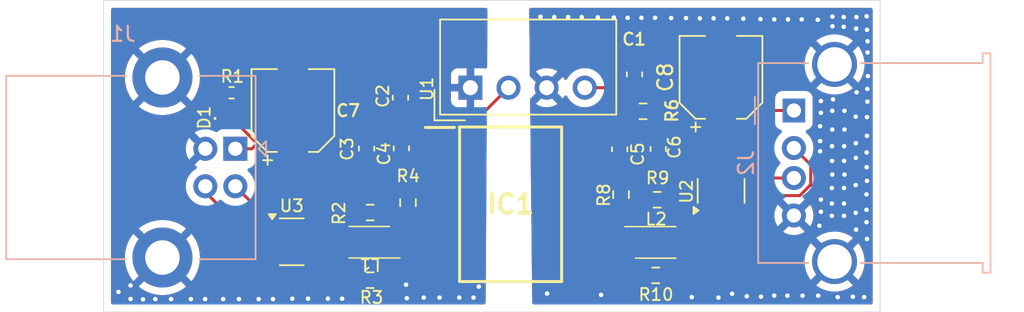
<source format=kicad_pcb>
(kicad_pcb (version 20241229) (generator "pcbnew") (generator_version "9.0")
  (layers (0 "F.Cu" signal) (2 "B.Cu" signal) (13 "F.Paste" user) (15 "B.Paste" user) (5 "F.SilkS" user "F.Silkscreen") (7 "B.SilkS" user "B.Silkscreen") (1 "F.Mask" user) (3 "B.Mask" user) (25 "Edge.Cuts" user))
  (net 0 "")
  (net 1 "GND1")
  (net 2 "VDD")
  (net 3 "Net-(IC1-SPU)")
  (net 4 "+5V")
  (net 5 "Net-(IC1-SPD)")
  (net 6 "Net-(IC1-PIN)")
  (net 7 "Net-(IC1-VDD2)")
  (net 8 "D-")
  (net 9 "D+")
  (net 10 "GND2")
  (net 11 "Net-(D1-K)")
  (net 12 "DD_+")
  (net 13 "L1_-")
  (net 14 "L1_+")
  (net 15 "DD_-")
  (net 16 "L2_-")
  (net 17 "L2_+")
  (net 18 "U3_-")
  (net 19 "U3_+")
  (net 20 "U2_+")
  (net 21 "U2_-")
  (footprint "Capacitor_SMD:C_0603_1608Metric" (layer "F.Cu") (at 169.06 99.835 -90)
    (property "Reference" "C5" (at 0.325 -1.2 90) (layer "F.SilkS") (effects (font (size 0.8001 0.8001) (thickness 0.127))))
    (property "Value" "100nF" (hide yes))
    (fp_line (start -0.14058 0.51) (end 0.14058 0.51) (stroke (width 0.12)) (layer "F.SilkS"))
    (fp_line (start -0.14058 -0.51) (end 0.14058 -0.51) (stroke (width 0.12)) (layer "F.SilkS"))
    (pad "1" smd roundrect (at -0.775 0 270) (size 0.9 0.95) (layers "F.Cu" "F.Mask" "F.Paste") (net 2 "VDD"))
    (pad "2" smd roundrect (at 0.775 0 270) (size 0.9 0.95) (layers "F.Cu" "F.Mask" "F.Paste") (net 10 "GND2"))
  )
  (footprint "Inductor_SMD:L_CommonMode_Wurth_WE-CNSW-1206" (layer "F.Cu") (at 152.37 106.03 180)
    (property "Reference" "L1" (at -0.05 -1.49 180) (layer "F.SilkS") (effects (font (size 0.8001 0.8001) (thickness 0.127))))
    (property "Value" "Choke_Wurth_WE-CNSW_744232090" (hide yes))
    (fp_line (start -1.35 1.05) (end 1.35 1.05) (stroke (width 0.1)) (layer "F.SilkS"))
    (fp_line (start -2.05 -1.05) (end 1.35 -1.05) (stroke (width 0.1)) (layer "F.SilkS"))
    (pad "1" smd roundrect (at -1.35 -0.5 180) (size 1.1 0.6) (layers "F.Cu" "F.Mask" "F.Paste") (roundrect_rratio 0.2) (net 14 "L1_+"))
    (pad "2" smd roundrect (at 1.35 -0.5 180) (size 1.1 0.6) (layers "F.Cu" "F.Mask" "F.Paste") (roundrect_rratio 0.2) (net 19 "U3_+"))
    (pad "3" smd roundrect (at 1.35 0.5 180) (size 1.1 0.6) (layers "F.Cu" "F.Mask" "F.Paste") (roundrect_rratio 0.2) (net 18 "U3_-"))
    (pad "4" smd roundrect (at -1.35 0.5 180) (size 1.1 0.6) (layers "F.Cu" "F.Mask" "F.Paste") (roundrect_rratio 0.2) (net 13 "L1_-"))
  )
  (footprint "Inductor_SMD:L_CommonMode_Wurth_WE-CNSW-1206" (layer "F.Cu") (at 171.46 106.04)
    (property "Reference" "L2" (at 0.03 -1.55 0) (layer "F.SilkS") (effects (font (size 0.8001 0.8001) (thickness 0.127))))
    (property "Value" "Choke_Wurth_WE-CNSW_744232090" (hide yes))
    (fp_line (start -2.05 -1.05) (end 1.35 -1.05) (stroke (width 0.1)) (layer "F.SilkS"))
    (fp_line (start -1.35 1.05) (end 1.35 1.05) (stroke (width 0.1)) (layer "F.SilkS"))
    (pad "1" smd roundrect (at -1.35 -0.5) (size 1.1 0.6) (layers "F.Cu" "F.Mask" "F.Paste") (roundrect_rratio 0.2) (net 15 "DD_-"))
    (pad "2" smd roundrect (at 1.35 -0.5) (size 1.1 0.6) (layers "F.Cu" "F.Mask" "F.Paste") (roundrect_rratio 0.2) (net 16 "L2_-"))
    (pad "3" smd roundrect (at 1.35 0.5) (size 1.1 0.6) (layers "F.Cu" "F.Mask" "F.Paste") (roundrect_rratio 0.2) (net 17 "L2_+"))
    (pad "4" smd roundrect (at -1.35 0.5) (size 1.1 0.6) (layers "F.Cu" "F.Mask" "F.Paste") (roundrect_rratio 0.2) (net 12 "DD_+"))
  )
  (footprint "Resistor_SMD:R_0603_1608Metric" (layer "F.Cu") (at 152.43 104.05)
    (property "Reference" "R2" (at -2.08 0.05 90) (layer "F.SilkS") (effects (font (size 0.8001 0.8001) (thickness 0.127))))
    (property "Value" "0ohm" (hide yes))
    (fp_line (start -0.237258 -0.5225) (end 0.237258 -0.5225) (stroke (width 0.12)) (layer "F.SilkS"))
    (fp_line (start -0.237258 0.5225) (end 0.237258 0.5225) (stroke (width 0.12)) (layer "F.SilkS"))
    (pad "1" smd roundrect (at -0.825 0) (size 0.8 0.95) (layers "F.Cu" "F.Mask" "F.Paste") (net 18 "U3_-"))
    (pad "2" smd roundrect (at 0.825 0) (size 0.8 0.95) (layers "F.Cu" "F.Mask" "F.Paste") (net 13 "L1_-"))
  )
  (footprint "Capacitor_SMD:C_0603_1608Metric" (layer "F.Cu") (at 154.45 96.4 90)
    (property "Reference" "C2" (at 0.11 -1.18 90) (layer "F.SilkS") (effects (font (size 0.8001 0.8001) (thickness 0.127))))
    (property "Value" "C" (hide yes))
    (fp_line (start -0.14058 -0.51) (end 0.14058 -0.51) (stroke (width 0.12)) (layer "F.SilkS"))
    (fp_line (start -0.14058 0.51) (end 0.14058 0.51) (stroke (width 0.12)) (layer "F.SilkS"))
    (pad "1" smd roundrect (at -0.775 0 90) (size 0.9 0.95) (layers "F.Cu" "F.Mask" "F.Paste") (net 4 "+5V"))
    (pad "2" smd roundrect (at 0.775 0 90) (size 0.9 0.95) (layers "F.Cu" "F.Mask" "F.Paste") (net 1 "GND1"))
  )
  (footprint "Converter_DCDC:Converter_DCDC_TRACO_TME_03xxS_05xxS_12xxS_Single_THT" (layer "F.Cu") (at 159.11 95.73 90)
    (property "Reference" "U1" (at -0.08 -2.9 90) (layer "F.SilkS") (effects (font (size 0.8001 0.8001) (thickness 0.127))))
    (property "Value" "TME-0505S" (hide yes))
    (fp_line (start -2.175 -2.4) (end -0.141667 -2.4) (stroke (width 0.12)) (layer "F.SilkS"))
    (fp_line (start 4.545 -2.02) (end 4.545 9.72) (stroke (width 0.12)) (layer "F.SilkS"))
    (fp_line (start -1.795 -2.02) (end 4.545 -2.02) (stroke (width 0.12)) (layer "F.SilkS"))
    (fp_line (start -1.795 -2.02) (end -1.795 9.72) (stroke (width 0.12)) (layer "F.SilkS"))
    (fp_line (start -2.175 -0.366667) (end -2.175 -2.4) (stroke (width 0.12)) (layer "F.SilkS"))
    (fp_line (start -1.795 9.72) (end 4.545 9.72) (stroke (width 0.12)) (layer "F.SilkS"))
    (pad "1" thru_hole rect (at 0 0 90) (size 1.6 1.6) (drill 1) (layers "*.Cu" "*.Mask") (net 1 "GND1"))
    (pad "2" thru_hole circle (at 0 2.54 90) (size 1.6 1.6) (drill 1) (layers "*.Cu" "*.Mask") (net 4 "+5V"))
    (pad "3" thru_hole circle (at 0 5.08 90) (size 1.6 1.6) (drill 1) (layers "*.Cu" "*.Mask") (net 10 "GND2"))
    (pad "4" thru_hole circle (at 0 7.62 90) (size 1.6 1.6) (drill 1) (layers "*.Cu" "*.Mask") (net 2 "VDD"))
  )
  (footprint "Capacitor_SMD:CP_Elec_5x5.4" (layer "F.Cu") (at 147.28 97.25 90)
    (property "Reference" "C7" (at -0.01 3.68 180) (layer "F.SilkS") (effects (font (size 0.8001 0.8001))))
    (property "Value" "C" (hide yes))
    (fp_line (start 2.76 -2.76) (end 2.76 -1.06) (stroke (width 0.12)) (layer "F.SilkS"))
    (fp_line (start -1.695563 -2.76) (end 2.76 -2.76) (stroke (width 0.12)) (layer "F.SilkS"))
    (fp_line (start -3.3125 -1.9975) (end -3.3125 -1.3725) (stroke (width 0.12)) (layer "F.SilkS"))
    (fp_line (start -2.76 -1.695563) (end -1.695563 -2.76) (stroke (width 0.12)) (layer "F.SilkS"))
    (fp_line (start -2.76 -1.695563) (end -2.76 -1.06) (stroke (width 0.12)) (layer "F.SilkS"))
    (fp_line (start -3.625 -1.685) (end -3 -1.685) (stroke (width 0.12)) (layer "F.SilkS"))
    (fp_line (start -2.76 1.695563) (end -2.76 1.06) (stroke (width 0.12)) (layer "F.SilkS"))
    (fp_line (start -2.76 1.695563) (end -1.695563 2.76) (stroke (width 0.12)) (layer "F.SilkS"))
    (fp_line (start 2.76 2.76) (end 2.76 1.06) (stroke (width 0.12)) (layer "F.SilkS"))
    (fp_line (start -1.695563 2.76) (end 2.76 2.76) (stroke (width 0.12)) (layer "F.SilkS"))
    (pad "1" smd roundrect (at -2.2 0 90) (size 3 1.6) (layers "F.Cu" "F.Mask" "F.Paste") (roundrect_rratio 0.15625) (net 4 "+5V"))
    (pad "2" smd roundrect (at 2.2 0 90) (size 3 1.6) (layers "F.Cu" "F.Mask" "F.Paste") (roundrect_rratio 0.15625) (net 1 "GND1"))
  )
  (footprint "Resistor_SMD:R_0603_1608Metric" (layer "F.Cu") (at 169.15 102.86 -90)
    (property "Reference" "R8" (at 0.03 1.15 90) (layer "F.SilkS") (effects (font (size 0.8001 0.8001) (thickness 0.127))))
    (property "Value" "0ohm" (hide yes))
    (fp_line (start -0.237258 0.5225) (end 0.237258 0.5225) (stroke (width 0.12)) (layer "F.SilkS"))
    (fp_line (start -0.237258 -0.5225) (end 0.237258 -0.5225) (stroke (width 0.12)) (layer "F.SilkS"))
    (pad "1" smd roundrect (at -0.825 0 270) (size 0.8 0.95) (layers "F.Cu" "F.Mask" "F.Paste") (net 7 "Net-(IC1-VDD2)"))
    (pad "2" smd roundrect (at 0.825 0 270) (size 0.8 0.95) (layers "F.Cu" "F.Mask" "F.Paste") (net 6 "Net-(IC1-PIN)"))
  )
  (footprint "Capacitor_SMD:C_0603_1608Metric" (layer "F.Cu") (at 171.63 99.815 -90)
    (property "Reference" "C6" (at -0.125 -1.07 90) (layer "F.SilkS") (effects (font (size 0.8001 0.8001) (thickness 0.127))))
    (property "Value" "100nF" (hide yes))
    (fp_line (start -0.14058 0.51) (end 0.14058 0.51) (stroke (width 0.12)) (layer "F.SilkS"))
    (fp_line (start -0.14058 -0.51) (end 0.14058 -0.51) (stroke (width 0.12)) (layer "F.SilkS"))
    (pad "1" smd roundrect (at -0.775 0 270) (size 0.9 0.95) (layers "F.Cu" "F.Mask" "F.Paste") (net 2 "VDD"))
    (pad "2" smd roundrect (at 0.775 0 270) (size 0.9 0.95) (layers "F.Cu" "F.Mask" "F.Paste") (net 10 "GND2"))
  )
  (footprint "Resistor_SMD:R_0603_1608Metric" (layer "F.Cu") (at 152.425 108.56)
    (property "Reference" "R3" (at 0.095 1.15 0) (layer "F.SilkS") (effects (font (size 0.8001 0.8001) (thickness 0.127))))
    (property "Value" "0 ohm" (hide yes))
    (fp_line (start -0.237258 -0.5225) (end 0.237258 -0.5225) (stroke (width 0.12)) (layer "F.SilkS"))
    (fp_line (start -0.237258 0.5225) (end 0.237258 0.5225) (stroke (width 0.12)) (layer "F.SilkS"))
    (pad "1" smd roundrect (at -0.825 0) (size 0.8 0.95) (layers "F.Cu" "F.Mask" "F.Paste") (net 19 "U3_+"))
    (pad "2" smd roundrect (at 0.825 0) (size 0.8 0.95) (layers "F.Cu" "F.Mask" "F.Paste") (net 14 "L1_+"))
  )
  (footprint "Resistor_SMD:R_0603_1608Metric" (layer "F.Cu") (at 170.6175 97.305)
    (property "Reference" "R6" (at 1.9225 -0.045 270) (layer "F.SilkS") (effects (font (size 0.8001 0.8001))))
    (property "Value" "0 ohm")
    (fp_line (start -0.237258 -0.5225) (end 0.237258 -0.5225) (stroke (width 0.12)) (layer "F.SilkS"))
    (fp_line (start -0.237258 0.5225) (end 0.237258 0.5225) (stroke (width 0.12)) (layer "F.SilkS"))
    (pad "1" smd roundrect (at -0.825 0) (size 0.8 0.95) (layers "F.Cu" "F.Mask" "F.Paste") (net 5 "Net-(IC1-SPD)"))
    (pad "2" smd roundrect (at 0.825 0) (size 0.8 0.95) (layers "F.Cu" "F.Mask" "F.Paste") (net 2 "VDD"))
  )
  (footprint "Capacitor_SMD:CP_Elec_5x5.4" (layer "F.Cu") (at 175.81 95.04 90)
    (property "Reference" "C8" (at 0 -3.71 90) (layer "F.SilkS"))
    (property "Value" "C" (hide yes))
    (fp_line (start 2.76 -2.76) (end 2.76 -1.06) (stroke (width 0.12)) (layer "F.SilkS"))
    (fp_line (start -1.695563 -2.76) (end 2.76 -2.76) (stroke (width 0.12)) (layer "F.SilkS"))
    (fp_line (start -3.3125 -1.9975) (end -3.3125 -1.3725) (stroke (width 0.12)) (layer "F.SilkS"))
    (fp_line (start -2.76 -1.695563) (end -1.695563 -2.76) (stroke (width 0.12)) (layer "F.SilkS"))
    (fp_line (start -2.76 -1.695563) (end -2.76 -1.06) (stroke (width 0.12)) (layer "F.SilkS"))
    (fp_line (start -3.625 -1.685) (end -3 -1.685) (stroke (width 0.12)) (layer "F.SilkS"))
    (fp_line (start -2.76 1.695563) (end -2.76 1.06) (stroke (width 0.12)) (layer "F.SilkS"))
    (fp_line (start -2.76 1.695563) (end -1.695563 2.76) (stroke (width 0.12)) (layer "F.SilkS"))
    (fp_line (start 2.76 2.76) (end 2.76 1.06) (stroke (width 0.12)) (layer "F.SilkS"))
    (fp_line (start -1.695563 2.76) (end 2.76 2.76) (stroke (width 0.12)) (layer "F.SilkS"))
    (pad "1" smd roundrect (at -2.2 0 90) (size 3 1.6) (layers "F.Cu" "F.Mask" "F.Paste") (roundrect_rratio 0.15625) (net 2 "VDD"))
    (pad "2" smd roundrect (at 2.2 0 90) (size 3 1.6) (layers "F.Cu" "F.Mask" "F.Paste") (roundrect_rratio 0.15625) (net 10 "GND2"))
  )
  (footprint "Package_TO_SOT_SMD:SOT-23-6" (layer "F.Cu") (at 175.82 102.61 90)
    (property "Reference" "U2" (at -0.04 -2.31 90) (layer "F.SilkS") (effects (font (size 0.8001 0.8001) (thickness 0.127))))
    (property "Value" "USBLC6-2SC6" (hide yes))
    (fp_line (start 0 -1.56) (end 0.8 -1.56) (stroke (width 0.12)) (layer "F.SilkS"))
    (fp_line (start 0 -1.56) (end -0.8 -1.56) (stroke (width 0.12)) (layer "F.SilkS"))
    (fp_line (start 0 1.56) (end 0.8 1.56) (stroke (width 0.12)) (layer "F.SilkS"))
    (fp_line (start 0 1.56) (end -0.8 1.56) (stroke (width 0.12)) (layer "F.SilkS"))
    (fp_poly (pts (xy -1.3 -1.51) (xy -1.54 -1.84) (xy -1.06 -1.84) (xy -1.3 -1.51)) (stroke (width 0.12)) (fill yes) (layer "F.SilkS"))
    (pad "1" smd roundrect (at -1.1375 -0.95 90) (size 1.325 0.6) (layers "F.Cu" "F.Mask" "F.Paste") (net 16 "L2_-"))
    (pad "2" smd roundrect (at -1.1375 0 90) (size 1.325 0.6) (layers "F.Cu" "F.Mask" "F.Paste") (net 10 "GND2"))
    (pad "3" smd roundrect (at -1.1375 0.95 90) (size 1.325 0.6) (layers "F.Cu" "F.Mask" "F.Paste") (net 17 "L2_+"))
    (pad "4" smd roundrect (at 1.1375 0.95 90) (size 1.325 0.6) (layers "F.Cu" "F.Mask" "F.Paste") (net 20 "U2_+"))
    (pad "5" smd roundrect (at 1.1375 0 90) (size 1.325 0.6) (layers "F.Cu" "F.Mask" "F.Paste") (net 2 "VDD"))
    (pad "6" smd roundrect (at 1.1375 -0.95 90) (size 1.325 0.6) (layers "F.Cu" "F.Mask" "F.Paste") (net 21 "U2_-"))
  )
  (footprint "Resistor_SMD:R_0603_1608Metric" (layer "F.Cu") (at 171.465 108.24)
    (property "Reference" "R10" (at 0.015 1.28 0) (layer "F.SilkS") (effects (font (size 0.8001 0.8001) (thickness 0.127))))
    (property "Value" "0 ohm" (hide yes))
    (fp_line (start -0.237258 -0.5225) (end 0.237258 -0.5225) (stroke (width 0.12)) (layer "F.SilkS"))
    (fp_line (start -0.237258 0.5225) (end 0.237258 0.5225) (stroke (width 0.12)) (layer "F.SilkS"))
    (pad "1" smd roundrect (at -0.825 0) (size 0.8 0.95) (layers "F.Cu" "F.Mask" "F.Paste") (net 12 "DD_+"))
    (pad "2" smd roundrect (at 0.825 0) (size 0.8 0.95) (layers "F.Cu" "F.Mask" "F.Paste") (net 17 "L2_+"))
  )
  (footprint "LED_SMD:LED_0402_1005Metric" (layer "F.Cu") (at 143.18 97.78)
    (property "Reference" "D1" (at -1.81 -0.06 90) (layer "F.SilkS") (effects (font (size 0.8001 0.8001) (thickness 0.127))))
    (property "Value" "LED" (hide yes))
    (fp_circle (center -1.09 0) (end -1.04 0) (stroke (width 0.1)) (fill no) (layer "F.SilkS"))
    (pad "1" smd roundrect (at -0.485 0) (size 0.59 0.64) (layers "F.Cu" "F.Mask" "F.Paste") (net 11 "Net-(D1-K)"))
    (pad "2" smd roundrect (at 0.485 0) (size 0.59 0.64) (layers "F.Cu" "F.Mask" "F.Paste") (net 4 "+5V"))
  )
  (footprint "Capacitor_SMD:C_0603_1608Metric" (layer "F.Cu") (at 170.0475 94.845 -90)
    (property "Reference" "C1" (at -2.345 0.0275 180) (layer "F.SilkS") (effects (font (size 0.8001 0.8001))))
    (property "Value" "C")
    (fp_line (start -0.14058 0.51) (end 0.14058 0.51) (stroke (width 0.12)) (layer "F.SilkS"))
    (fp_line (start -0.14058 -0.51) (end 0.14058 -0.51) (stroke (width 0.12)) (layer "F.SilkS"))
    (pad "1" smd roundrect (at -0.775 0 270) (size 0.9 0.95) (layers "F.Cu" "F.Mask" "F.Paste") (net 2 "VDD"))
    (pad "2" smd roundrect (at 0.775 0 270) (size 0.9 0.95) (layers "F.Cu" "F.Mask" "F.Paste") (net 10 "GND2"))
  )
  (footprint "Resistor_SMD:R_0603_1608Metric" (layer "F.Cu") (at 154.95 103.395 90)
    (property "Reference" "R4" (at 1.775 0.01 180) (layer "F.SilkS") (effects (font (size 0.8001 0.8001) (thickness 0.127))))
    (property "Value" "0 ohm" (hide yes))
    (fp_line (start -0.237258 -0.5225) (end 0.237258 -0.5225) (stroke (width 0.12)) (layer "F.SilkS"))
    (fp_line (start -0.237258 0.5225) (end 0.237258 0.5225) (stroke (width 0.12)) (layer "F.SilkS"))
    (pad "1" smd roundrect (at -0.825 0 90) (size 0.8 0.95) (layers "F.Cu" "F.Mask" "F.Paste") (net 3 "Net-(IC1-SPU)"))
    (pad "2" smd roundrect (at 0.825 0 90) (size 0.8 0.95) (layers "F.Cu" "F.Mask" "F.Paste") (net 4 "+5V"))
  )
  (footprint "Resistor_SMD:R_0603_1608Metric" (layer "F.Cu") (at 171.56 103.2)
    (property "Reference" "R9" (at 0.03 -1.45 0) (layer "F.SilkS") (effects (font (size 0.8001 0.8001) (thickness 0.127))))
    (property "Value" "0ohm" (hide yes))
    (fp_line (start -0.237258 -0.5225) (end 0.237258 -0.5225) (stroke (width 0.12)) (layer "F.SilkS"))
    (fp_line (start -0.237258 0.5225) (end 0.237258 0.5225) (stroke (width 0.12)) (layer "F.SilkS"))
    (pad "1" smd roundrect (at -0.825 0) (size 0.8 0.95) (layers "F.Cu" "F.Mask" "F.Paste") (net 15 "DD_-"))
    (pad "2" smd roundrect (at 0.825 0) (size 0.8 0.95) (layers "F.Cu" "F.Mask" "F.Paste") (net 16 "L2_-"))
  )
  (footprint "Resistor_SMD:R_0402_1005Metric" (layer "F.Cu") (at 143.19 96.07)
    (property "Reference" "R1" (at 0.05 -1.09 0) (layer "F.SilkS") (effects (font (size 0.8001 0.8001) (thickness 0.127))))
    (property "Value" "R" (hide yes))
    (fp_line (start -0.153641 -0.38) (end 0.153641 -0.38) (stroke (width 0.12)) (layer "F.SilkS"))
    (fp_line (start -0.153641 0.38) (end 0.153641 0.38) (stroke (width 0.12)) (layer "F.SilkS"))
    (pad "1" smd roundrect (at -0.51 0) (size 0.54 0.64) (layers "F.Cu" "F.Mask" "F.Paste") (net 11 "Net-(D1-K)"))
    (pad "2" smd roundrect (at 0.51 0) (size 0.54 0.64) (layers "F.Cu" "F.Mask" "F.Paste") (net 1 "GND1"))
  )
  (footprint "Capacitor_SMD:C_0603_1608Metric" (layer "F.Cu") (at 154.51 99.775 -90)
    (property "Reference" "C4" (at 0.355 1.16 90) (layer "F.SilkS") (effects (font (size 0.8001 0.8001) (thickness 0.127))))
    (property "Value" "100nF" (hide yes))
    (fp_line (start -0.14058 0.51) (end 0.14058 0.51) (stroke (width 0.12)) (layer "F.SilkS"))
    (fp_line (start -0.14058 -0.51) (end 0.14058 -0.51) (stroke (width 0.12)) (layer "F.SilkS"))
    (pad "1" smd roundrect (at -0.775 0 270) (size 0.9 0.95) (layers "F.Cu" "F.Mask" "F.Paste") (net 4 "+5V"))
    (pad "2" smd roundrect (at 0.775 0 270) (size 0.9 0.95) (layers "F.Cu" "F.Mask" "F.Paste") (net 1 "GND1"))
  )
  (footprint "Capacitor_SMD:C_0603_1608Metric" (layer "F.Cu") (at 152.19 99.785 -90)
    (property "Reference" "C3" (at 0.035 1.3 90) (layer "F.SilkS") (effects (font (size 0.8001 0.8001) (thickness 0.127))))
    (property "Value" "100nF" (hide yes))
    (fp_line (start -0.14058 0.51) (end 0.14058 0.51) (stroke (width 0.12)) (layer "F.SilkS"))
    (fp_line (start -0.14058 -0.51) (end 0.14058 -0.51) (stroke (width 0.12)) (layer "F.SilkS"))
    (pad "1" smd roundrect (at -0.775 0 270) (size 0.9 0.95) (layers "F.Cu" "F.Mask" "F.Paste") (net 4 "+5V"))
    (pad "2" smd roundrect (at 0.775 0 270) (size 0.9 0.95) (layers "F.Cu" "F.Mask" "F.Paste") (net 1 "GND1"))
  )
  (footprint "SamacSys_Parts:SOIC127P1032X265-16N" (layer "F.Cu") (at 161.79 103.5)
    (property "Reference" "IC1" (at 0 0 0) (layer "F.SilkS") (effects (font (size 1.27 1.27) (thickness 0.254))))
    (property "Value" "ADUM3160BRWZ" (hide yes))
    (fp_line (start -5.675 -5.12) (end -3.75 -5.12) (stroke (width 0.2)) (layer "F.SilkS"))
    (fp_line (start -3.4 -5.15) (end 3.4 -5.15) (stroke (width 0.2)) (layer "F.SilkS"))
    (fp_line (start -3.4 5.15) (end -3.4 -5.15) (stroke (width 0.2)) (layer "F.SilkS"))
    (fp_line (start 3.4 -5.15) (end 3.4 5.15) (stroke (width 0.2)) (layer "F.SilkS"))
    (fp_line (start 3.4 5.15) (end -3.4 5.15) (stroke (width 0.2)) (layer "F.SilkS"))
    (pad "1" smd rect (at -4.712 -4.445 90) (size 0.65 1.925) (layers "F.Cu" "F.Mask" "F.Paste") (net 4 "+5V"))
    (pad "2" smd rect (at -4.712 -3.175 90) (size 0.65 1.925) (layers "F.Cu" "F.Mask" "F.Paste") (net 1 "GND1"))
    (pad "3" smd rect (at -4.712 -1.905 90) (size 0.65 1.925) (layers "F.Cu" "F.Mask" "F.Paste") (net 4 "+5V"))
    (pad "4" smd rect (at -4.712 -0.635 90) (size 0.65 1.925) (layers "F.Cu" "F.Mask" "F.Paste") (net 4 "+5V"))
    (pad "5" smd rect (at -4.712 0.635 90) (size 0.65 1.925) (layers "F.Cu" "F.Mask" "F.Paste") (net 3 "Net-(IC1-SPU)"))
    (pad "6" smd rect (at -4.712 1.905 90) (size 0.65 1.925) (layers "F.Cu" "F.Mask" "F.Paste") (net 13 "L1_-"))
    (pad "7" smd rect (at -4.712 3.175 90) (size 0.65 1.925) (layers "F.Cu" "F.Mask" "F.Paste") (net 14 "L1_+"))
    (pad "8" smd rect (at -4.712 4.445 90) (size 0.65 1.925) (layers "F.Cu" "F.Mask" "F.Paste") (net 1 "GND1"))
    (pad "9" smd rect (at 4.712 4.445 90) (size 0.65 1.925) (layers "F.Cu" "F.Mask" "F.Paste") (net 10 "GND2"))
    (pad "10" smd rect (at 4.712 3.175 90) (size 0.65 1.925) (layers "F.Cu" "F.Mask" "F.Paste") (net 12 "DD_+"))
    (pad "11" smd rect (at 4.712 1.905 90) (size 0.65 1.925) (layers "F.Cu" "F.Mask" "F.Paste") (net 15 "DD_-"))
    (pad "12" smd rect (at 4.712 0.635 90) (size 0.65 1.925) (layers "F.Cu" "F.Mask" "F.Paste") (net 6 "Net-(IC1-PIN)"))
    (pad "13" smd rect (at 4.712 -0.635 90) (size 0.65 1.925) (layers "F.Cu" "F.Mask" "F.Paste") (net 5 "Net-(IC1-SPD)"))
    (pad "14" smd rect (at 4.712 -1.905 90) (size 0.65 1.925) (layers "F.Cu" "F.Mask" "F.Paste") (net 7 "Net-(IC1-VDD2)"))
    (pad "15" smd rect (at 4.712 -3.175 90) (size 0.65 1.925) (layers "F.Cu" "F.Mask" "F.Paste") (net 10 "GND2"))
    (pad "16" smd rect (at 4.712 -4.445 90) (size 0.65 1.925) (layers "F.Cu" "F.Mask" "F.Paste") (net 2 "VDD"))
  )
  (footprint "Package_TO_SOT_SMD:SOT-23-6" (layer "F.Cu") (at 147.2025 106)
    (property "Reference" "U3" (at 0 -2.4 0) (layer "F.SilkS") (effects (font (size 0.8001 0.8001) (thickness 0.127))))
    (property "Value" "USBLC6-2SC6" (hide yes))
    (fp_line (start 0 -1.56) (end -0.8 -1.56) (stroke (width 0.12)) (layer "F.SilkS"))
    (fp_line (start 0 -1.56) (end 0.8 -1.56) (stroke (width 0.12)) (layer "F.SilkS"))
    (fp_line (start 0 1.56) (end -0.8 1.56) (stroke (width 0.12)) (layer "F.SilkS"))
    (fp_line (start 0 1.56) (end 0.8 1.56) (stroke (width 0.12)) (layer "F.SilkS"))
    (fp_poly (pts (xy -1.3 -1.51) (xy -1.54 -1.84) (xy -1.06 -1.84) (xy -1.3 -1.51)) (stroke (width 0.12)) (fill yes) (layer "F.SilkS"))
    (pad "1" smd roundrect (at -1.1375 -0.95) (size 1.325 0.6) (layers "F.Cu" "F.Mask" "F.Paste") (net 8 "D-"))
    (pad "2" smd roundrect (at -1.1375 0) (size 1.325 0.6) (layers "F.Cu" "F.Mask" "F.Paste") (net 1 "GND1"))
    (pad "3" smd roundrect (at -1.1375 0.95) (size 1.325 0.6) (layers "F.Cu" "F.Mask" "F.Paste") (net 9 "D+"))
    (pad "4" smd roundrect (at 1.1375 0.95) (size 1.325 0.6) (layers "F.Cu" "F.Mask" "F.Paste") (net 19 "U3_+"))
    (pad "5" smd roundrect (at 1.1375 0) (size 1.325 0.6) (layers "F.Cu" "F.Mask" "F.Paste") (net 4 "+5V"))
    (pad "6" smd roundrect (at 1.1375 -0.95) (size 1.325 0.6) (layers "F.Cu" "F.Mask" "F.Paste") (net 18 "U3_-"))
  )
  (footprint "Connector_USB:USB_A_Molex_67643_Horizontal" (layer "B.Cu") (at 180.67 97.25 -90)
    (property "Reference" "J2" (at 3.5 3.19 90) (layer "B.SilkS") (effects (justify mirror)))
    (property "Value" "USB_A")
    (fp_line (start 0.9 2.6) (end -0.9 2.6) (stroke (width 0.12)) (layer "B.SilkS"))
    (fp_line (start 10.16 2.38) (end -3.16 2.38) (stroke (width 0.12)) (layer "B.SilkS"))
    (fp_line (start -3.16 -0.95) (end -3.16 2.38) (stroke (width 0.12)) (layer "B.SilkS"))
    (fp_line (start 10.16 -0.95) (end 10.16 2.38) (stroke (width 0.12)) (layer "B.SilkS"))
    (fp_line (start -3.16 -4.47) (end -3.16 -12.58) (stroke (width 0.12)) (layer "B.SilkS"))
    (fp_line (start -3.81 -12.58) (end -3.16 -12.58) (stroke (width 0.12)) (layer "B.SilkS"))
    (fp_line (start 10.16 -12.58) (end 10.16 -4.47) (stroke (width 0.12)) (layer "B.SilkS"))
    (fp_line (start 10.16 -12.58) (end 10.81 -12.58) (stroke (width 0.12)) (layer "B.SilkS"))
    (fp_line (start 10.81 -12.58) (end 10.81 -13.1) (stroke (width 0.12)) (layer "B.SilkS"))
    (fp_line (start -3.81 -13.1) (end -3.81 -12.58) (stroke (width 0.12)) (layer "B.SilkS"))
    (fp_line (start 10.81 -13.1) (end -3.81 -13.1) (stroke (width 0.12)) (layer "B.SilkS"))
    (pad "1" thru_hole rect (at 0 0 270) (size 1.6 1.5) (drill 0.95) (layers "*.Cu" "*.Mask") (net 2 "VDD"))
    (pad "2" thru_hole circle (at 2.5 0 270) (size 1.6 1.6) (drill 0.95) (layers "*.Cu" "*.Mask") (net 21 "U2_-"))
    (pad "3" thru_hole circle (at 4.5 0 270) (size 1.6 1.6) (drill 0.95) (layers "*.Cu" "*.Mask") (net 20 "U2_+"))
    (pad "4" thru_hole circle (at 7 0 270) (size 1.6 1.6) (drill 0.95) (layers "*.Cu" "*.Mask") (net 10 "GND2"))
    (pad "5" thru_hole circle (at -3.07 -2.71 270) (size 3 3) (drill 2.3) (layers "*.Cu" "*.Mask") (net 10 "GND2"))
    (pad "5" thru_hole circle (at 10.07 -2.71 270) (size 3 3) (drill 2.3) (layers "*.Cu" "*.Mask") (net 10 "GND2"))
  )
  (footprint "Connector_USB:USB_B_Lumberg_2411_02_Horizontal" (layer "B.Cu") (at 143.4425 99.8 180)
    (property "Reference" "J1" (at 7.5 7.65 0) (layer "B.SilkS") (effects (justify mirror)))
    (property "Value" "USB_B" (hide yes))
    (fp_line (start 15.27 4.86) (end 15.27 -7.36) (stroke (width 0.12)) (layer "B.SilkS"))
    (fp_line (start 7.3 4.86) (end 15.27 4.86) (stroke (width 0.12)) (layer "B.SilkS"))
    (fp_line (start 7.3 -7.36) (end 15.27 -7.36) (stroke (width 0.12)) (layer "B.SilkS"))
    (fp_line (start 2.4 4.86) (end -1.35 4.86) (stroke (width 0.12)) (layer "B.SilkS"))
    (fp_line (start 2.4 -7.36) (end -1.35 -7.36) (stroke (width 0.12)) (layer "B.SilkS"))
    (fp_line (start -1.35 4.86) (end -1.35 -7.36) (stroke (width 0.12)) (layer "B.SilkS"))
    (fp_line (start -1.55 0) (end -2.05 -0.5) (stroke (width 0.12)) (layer "B.SilkS"))
    (fp_line (start -2.05 0.5) (end -1.55 0) (stroke (width 0.12)) (layer "B.SilkS"))
    (fp_line (start -2.05 -0.5) (end -2.05 0.5) (stroke (width 0.12)) (layer "B.SilkS"))
    (pad "1" thru_hole rect (at 0 0 90) (size 1.6 1.6) (drill 0.95) (layers "*.Cu" "*.Mask") (net 4 "+5V"))
    (pad "2" thru_hole circle (at 0 -2.5 90) (size 1.6 1.6) (drill 0.95) (layers "*.Cu" "*.Mask") (net 8 "D-"))
    (pad "3" thru_hole circle (at 2 -2.5 90) (size 1.6 1.6) (drill 0.95) (layers "*.Cu" "*.Mask") (net 9 "D+"))
    (pad "4" thru_hole circle (at 2 0 90) (size 1.6 1.6) (drill 0.95) (layers "*.Cu" "*.Mask") (net 1 "GND1"))
    (pad "5" thru_hole circle (at 4.86 -7.25 90) (size 4 4) (drill 2.3) (layers "*.Cu" "*.Mask") (net 1 "GND1"))
    (pad "5" thru_hole circle (at 4.86 4.75 90) (size 4 4) (drill 2.3) (layers "*.Cu" "*.Mask") (net 1 "GND1"))
  )
  (gr_rect (start 134.66 89.91) (end 186.42 110.68) (stroke (width 0.05)) (fill no) (layer "Edge.Cuts"))
  (segment (start 147.376 108.096) (end 147.4 108.12) (width 0.2032) (layer "F.Cu") (net 1))
  (via (at 140.48 109.82) (size 0.6) (drill 0.3) (layers "F.Cu" "B.Cu") (net 1))
  (via (at 135.65 109.34) (size 0.6) (drill 0.3) (layers "F.Cu" "B.Cu") (net 1))
  (via (at 138.11 109.82) (size 0.6) (drill 0.3) (layers "F.Cu" "B.Cu") (net 1))
  (via (at 158.37 109.72) (size 0.6) (drill 0.3) (layers "F.Cu" "B.Cu") (net 1))
  (via (at 145.95 109.82) (size 0.6) (drill 0.3) (layers "F.Cu" "B.Cu") (net 1))
  (via (at 137.29 109.84) (size 0.6) (drill 0.3) (layers "F.Cu" "B.Cu") (net 1))
  (via (at 150.56 109.79) (size 0.6) (drill 0.3) (layers "F.Cu" "B.Cu") (net 1))
  (via (at 149.61 109.79) (size 0.6) (drill 0.3) (layers "F.Cu" "B.Cu") (net 1))
  (via (at 139.16 109.82) (size 0.6) (drill 0.3) (layers "F.Cu" "B.Cu") (net 1))
  (via (at 145 109.82) (size 0.6) (drill 0.3) (layers "F.Cu" "B.Cu") (net 1))
  (via (at 154.87 109.76) (size 0.6) (drill 0.3) (layers "F.Cu" "B.Cu") (net 1))
  (via (at 141.43 109.82) (size 0.6) (drill 0.3) (layers "F.Cu" "B.Cu") (net 1))
  (via (at 156 109.72) (size 0.6) (drill 0.3) (layers "F.Cu" "B.Cu") (net 1))
  (via (at 136.46 108.91) (size 0.6) (drill 0.3) (layers "F.Cu" "B.Cu") (net 1))
  (via (at 159.67 108.99) (size 0.6) (drill 0.3) (layers "F.Cu" "B.Cu") (net 1))
  (via (at 154.82 108.86) (size 0.6) (drill 0.3) (layers "F.Cu" "B.Cu") (net 1))
  (via (at 142.63 109.82) (size 0.6) (drill 0.3) (layers "F.Cu" "B.Cu") (net 1))
  (via (at 159.32 109.72) (size 0.6) (drill 0.3) (layers "F.Cu" "B.Cu") (net 1))
  (via (at 147.24 109.79) (size 0.6) (drill 0.3) (layers "F.Cu" "B.Cu") (net 1))
  (via (at 136.46 109.81) (size 0.6) (drill 0.3) (layers "F.Cu" "B.Cu") (net 1))
  (via (at 143.68 109.82) (size 0.6) (drill 0.3) (layers "F.Cu" "B.Cu") (net 1))
  (via (at 157.05 109.72) (size 0.6) (drill 0.3) (layers "F.Cu" "B.Cu") (net 1))
  (via (at 148.29 109.79) (size 0.6) (drill 0.3) (layers "F.Cu" "B.Cu") (net 1))
  (segment (start 169.5569 96.4369) (end 170.5744 96.4369) (width 0.2) (layer "F.Cu") (net 2))
  (segment (start 169.055 99.055) (end 169.06 99.06) (width 0.2) (layer "F.Cu") (net 2))
  (segment (start 175.815 97.25) (end 175.81 97.245) (width 0.2) (layer "F.Cu") (net 2))
  (segment (start 180.67 97.25) (end 175.815 97.25) (width 0.2) (layer "F.Cu") (net 2))
  (segment (start 175.82 101.1203) (end 173.7397 99.04) (width 0.2) (layer "F.Cu") (net 2))
  (segment (start 175.81 97.245) (end 171.5025 97.245) (width 0.2) (layer "F.Cu") (net 2))
  (segment (start 175.82 101.4725) (end 175.82 101.1203) (width 0.2) (layer "F.Cu") (net 2))
  (segment (start 166.502 99.055) (end 169.055 99.055) (width 0.2) (layer "F.Cu") (net 2))
  (segment (start 171.4425 98.8525) (end 171.63 99.04) (width 0.2) (layer "F.Cu") (net 2))
  (segment (start 166.73 95.73) (end 168.3875 95.73) (width 0.2) (layer "F.Cu") (net 2))
  (segment (start 168.3875 95.73) (end 168.6188 95.4987) (width 0.2) (layer "F.Cu") (net 2))
  (segment (start 168.6188 95.4987) (end 170.0475 94.07) (width 0.2) (layer "F.Cu") (net 2))
  (segment (start 169.08 99.04) (end 169.06 99.06) (width 0.2) (layer "F.Cu") (net 2))
  (segment (start 171.5025 97.245) (end 171.4425 97.305) (width 0.2) (layer "F.Cu") (net 2))
  (segment (start 171.63 99.04) (end 169.08 99.04) (width 0.2) (layer "F.Cu") (net 2))
  (segment (start 175.81 97.245) (end 175.81 97.24) (width 0.2) (layer "F.Cu") (net 2))
  (segment (start 170.5744 96.4369) (end 171.4425 97.305) (width 0.2) (layer "F.Cu") (net 2))
  (segment (start 171.4425 97.305) (end 171.4425 98.8525) (width 0.2) (layer "F.Cu") (net 2))
  (segment (start 173.7397 99.04) (end 171.63 99.04) (width 0.2) (layer "F.Cu") (net 2))
  (segment (start 168.6188 95.4987) (end 169.5569 96.4369) (width 0.2) (layer "F.Cu") (net 2))
  (segment (start 157.078 104.135) (end 155.035 104.135) (width 0.2) (layer "F.Cu") (net 3))
  (segment (start 155.035 104.135) (end 154.95 104.22) (width 0.2) (layer "F.Cu") (net 3))
  (segment (start 147.9617 106) (end 147.2974 105.3357) (width 0.2) (layer "F.Cu") (net 4))
  (segment (start 154.51 97.175) (end 154.51 99) (width 0.2) (layer "F.Cu") (net 4))
  (segment (start 148.34 106) (end 147.9617 106) (width 0.2) (layer "F.Cu") (net 4))
  (segment (start 154.51 97.175) (end 154.45 97.175) (width 0.2) (layer "F.Cu") (net 4))
  (segment (start 149.4497 102.57) (end 154.95 102.57) (width 0.2) (layer "F.Cu") (net 4))
  (segment (start 154.5 99.01) (end 154.51 99) (width 0.2) (layer "F.Cu") (net 4))
  (segment (start 155.8138 99.055) (end 155.8138 101.595) (width 0.2) (layer "F.Cu") (net 4))
  (segment (start 143.665 97.78) (end 143.665 98.2208) (width 0.2) (layer "F.Cu") (net 4))
  (segment (start 151.75 99.45) (end 152.19 99.01) (width 0.2) (layer "F.Cu") (net 4))
  (segment (start 160.205 97.175) (end 154.51 97.175) (width 0.2) (layer "F.Cu") (net 4))
  (segment (start 156.4459 101.595) (end 155.8138 101.595) (width 0.2) (layer "F.Cu") (net 4))
  (segment (start 155.8138 101.7062) (end 154.95 102.57) (width 0.2) (layer "F.Cu") (net 4))
  (segment (start 155.8138 99.055) (end 154.565 99.055) (width 0.2) (layer "F.Cu") (net 4))
  (segment (start 143.4425 99.8) (end 144.5442 99.8) (width 0.2) (layer "F.Cu") (net 4))
  (segment (start 144.5442 99.8) (end 144.8942 99.45) (width 0.2) (layer "F.Cu") (net 4))
  (segment (start 157.078 99.055) (end 155.8138 99.055) (width 0.2) (layer "F.Cu") (net 4))
  (segment (start 155.245 102.865) (end 154.95 102.57) (width 0.2) (layer "F.Cu") (net 4))
  (segment (start 154.565 99.055) (end 154.51 99) (width 0.2) (layer "F.Cu") (net 4))
  (segment (start 156.4459 101.595) (end 157.078 101.595) (width 0.2) (layer "F.Cu") (net 4))
  (segment (start 161.65 95.73) (end 160.205 97.175) (width 0.2) (layer "F.Cu") (net 4))
  (segment (start 144.8942 99.45) (end 147.28 99.45) (width 0.2) (layer "F.Cu") (net 4))
  (segment (start 143.665 98.2208) (end 144.8942 99.45) (width 0.2) (layer "F.Cu") (net 4))
  (segment (start 152.19 99.01) (end 154.5 99.01) (width 0.2) (layer "F.Cu") (net 4))
  (segment (start 147.2974 104.7223) (end 149.4497 102.57) (width 0.2) (layer "F.Cu") (net 4))
  (segment (start 147.28 99.45) (end 151.75 99.45) (width 0.2) (layer "F.Cu") (net 4))
  (segment (start 155.8138 101.595) (end 155.8138 101.7062) (width 0.2) (layer "F.Cu") (net 4))
  (segment (start 157.078 102.865) (end 155.245 102.865) (width 0.2) (layer "F.Cu") (net 4))
  (segment (start 147.2974 105.3357) (end 147.2974 104.7223) (width 0.2) (layer "F.Cu") (net 4))
  (segment (start 165.2378 98.5322) (end 166.465 97.305) (width 0.2) (layer "F.Cu") (net 5))
  (segment (start 166.465 97.305) (end 169.7925 97.305) (width 0.2) (layer "F.Cu") (net 5))
  (segment (start 165.2378 102.865) (end 165.2378 98.5322) (width 0.2) (layer "F.Cu") (net 5))
  (segment (start 166.502 102.865) (end 165.2378 102.865) (width 0.2) (layer "F.Cu") (net 5))
  (segment (start 168.7 104.135) (end 169.15 103.685) (width 0.2) (layer "F.Cu") (net 6))
  (segment (start 166.502 104.135) (end 168.7 104.135) (width 0.2) (layer "F.Cu") (net 6))
  (segment (start 168.71 101.595) (end 169.15 102.035) (width 0.2) (layer "F.Cu") (net 7))
  (segment (start 166.502 101.595) (end 168.71 101.595) (width 0.2) (layer "F.Cu") (net 7))
  (segment (start 146.065 104.9225) (end 146.065 105.05) (width 0.2) (layer "F.Cu") (net 8))
  (segment (start 143.4425 102.3) (end 146.065 104.9225) (width 0.2) (layer "F.Cu") (net 8))
  (segment (start 141.4425 102.3) (end 141.4425 102.688) (width 0.2) (layer "F.Cu") (net 9))
  (segment (start 141.4425 102.688) (end 145.7045 106.95) (width 0.2) (layer "F.Cu") (net 9))
  (segment (start 145.7045 106.95) (end 146.065 106.95) (width 0.2) (layer "F.Cu") (net 9))
  (via (at 183.23 101.52) (size 0.6) (drill 0.3) (layers "F.Cu" "B.Cu") (net 10))
  (via (at 184.8 100.41) (size 0.6) (drill 0.3) (layers "F.Cu" "B.Cu") (net 10))
  (via (at 163.78 91) (size 0.6) (drill 0.3) (layers "F.Cu" "B.Cu") (net 10))
  (via (at 185.51 102.84) (size 0.6) (drill 0.3) (layers "F.Cu" "B.Cu") (net 10))
  (via (at 185.57 96.66) (size 0.6) (drill 0.3) (layers "F.Cu" "B.Cu") (net 10))
  (via (at 184.8 99.43) (size 0.6) (drill 0.3) (layers "F.Cu" "B.Cu") (net 10))
  (via (at 184.6 109.66) (size 0.6) (drill 0.3) (layers "F.Cu" "B.Cu") (net 10))
  (via (at 184.04 101.52) (size 0.6) (drill 0.3) (layers "F.Cu" "B.Cu") (net 10))
  (via (at 184.82 105.19) (size 0.6) (drill 0.3) (layers "F.Cu" "B.Cu") (net 10))
  (via (at 178.48 109.66) (size 0.6) (drill 0.3) (layers "F.Cu" "B.Cu") (net 10))
  (via (at 183.24 91.64) (size 0.6) (drill 0.3) (layers "F.Cu" "B.Cu") (net 10))
  (via (at 185.52 90.97) (size 0.6) (drill 0.3) (layers "F.Cu" "B.Cu") (net 10))
  (via (at 182.29 109.59) (size 0.6) (drill 0.3) (layers "F.Cu" "B.Cu") (net 10))
  (via (at 176.23 91.11) (size 0.6) (drill 0.3) (layers "F.Cu" "B.Cu") (net 10))
  (via (at 182.42 99.97) (size 0.6) (drill 0.3) (layers "F.Cu" "B.Cu") (net 10))
  (via (at 177.53 109.63) (size 0.6) (drill 0.3) (layers "F.Cu" "B.Cu") (net 10))
  (via (at 170.51 91.07) (size 0.6) (drill 0.3) (layers "F.Cu" "B.Cu") (net 10))
  (via (at 183.24 90.99) (size 0.6) (drill 0.3) (layers "F.Cu" "B.Cu") (net 10))
  (via (at 185.57 95.81) (size 0.6) (drill 0.3) (layers "F.Cu" "B.Cu") (net 10))
  (via (at 185.54 101.94) (size 0.6) (drill 0.3) (layers "F.Cu" "B.Cu") (net 10))
  (via (at 179.36 109.59) (size 0.6) (drill 0.3) (layers "F.Cu" "B.Cu") (net 10))
  (via (at 183.23 98.52) (size 0.6) (drill 0.3) (layers "F.Cu" "B.Cu") (net 10))
  (via (at 181.25 109.59) (size 0.6) (drill 0.3) (layers "F.Cu" "B.Cu") (net 10))
  (via (at 184.84 91.02) (size 0.6) (drill 0.3) (layers "F.Cu" "B.Cu") (net 10))
  (via (at 167.82 109.54) (size 0.6) (drill 0.3) (layers "F.Cu" "B.Cu") (net 10))
  (via (at 185.6 94.96) (size 0.6) (drill 0.3) (layers "F.Cu" "B.Cu") (net 10))
  (via (at 167.6 91.04) (size 0.6) (drill 0.3) (layers "F.Cu" "B.Cu") (net 10))
  (via (at 184.01 103.45) (size 0.6) (drill 0.3) (layers "F.Cu" "B.Cu") (net 10))
  (via (at 185.54 97.69) (size 0.6) (drill 0.3) (layers "F.Cu" "B.Cu") (net 10))
  (via (at 185.54 105.81) (size 0.6) (drill 0.3) (layers "F.Cu" "B.Cu") (net 10))
  (via (at 165.62 91.02) (size 0.6) (drill 0.3) (layers "F.Cu" "B.Cu") (net 10))
  (via (at 179.36 91.18) (size 0.6) (drill 0.3) (layers "F.Cu" "B.Cu") (net 10))
  (via (at 182.42 99.29) (size 0.6) (drill 0.3) (layers "F.Cu" "B.Cu") (net 10))
  (via (at 175.32 91.11) (size 0.6) (drill 0.3) (layers "F.Cu" "B.Cu") (net 10))
  (via (at 169.59 91.07) (size 0.6) (drill 0.3) (layers "F.Cu" "B.Cu") (net 10))
  (via (at 176.55 109.46) (size 0.6) (drill 0.3) (layers "F.Cu" "B.Cu") (net 10))
  (via (at 184.79 97.66) (size 0.6) (drill 0.3) (layers "F.Cu" "B.Cu") (net 10))
  (via (at 182.37 104.93) (size 0.6) (drill 0.3) (layers "F.Cu" "B.Cu") (net 10))
  (via (at 185.35 109.69) (size 0.6) (drill 0.3) (layers "F.Cu" "B.Cu") (net 10))
  (via (at 183.23 97.27) (size 0.6) (drill 0.3) (layers "F.Cu" "B.Cu") (net 10))
  (via (at 168.67 91.05) (size 0.6) (drill 0.3) (layers "F.Cu" "B.Cu") (net 10))
  (via (at 182.47 103.19) (size 0.6) (drill 0.3) (layers "F.Cu" "B.Cu") (net 10))
  (via (at 185.51 104.69) (size 0.6) (drill 0.3) (layers "F.Cu" "B.Cu") (net 10))
  (via (at 177.3 91.13) (size 0.6) (drill 0.3) (layers "F.Cu" "B.Cu") (net 10))
  (via (at 183.59 109.69) (size 0.6) (drill 0.3) (layers "F.Cu" "B.Cu") (net 10))
  (via (at 185.52 100.05) (size 0.6) (drill 0.3) (layers "F.Cu" "B.Cu") (net 10))
  (via (at 173.48 91.09) (size 0.6) (drill 0.3) (layers "F.Cu" "B.Cu") (net 10))
  (via (at 184.82 91.79) (size 0.6) (drill 0.3) (layers "F.Cu" "B.Cu") (net 10))
  (via (at 185.58 92.64) (size 0.6) (drill 0.3) (layers "F.Cu" "B.Cu") (net 10))
  (via (at 182.47 96.62) (size 0.6) (drill 0.3) (layers "F.Cu" "B.Cu") (net 10))
  (via (at 175.64 109.72) (size 0.6) (drill 0.3) (layers "F.Cu" "B.Cu") (net 10))
  (via (at 183.2 102.42) (size 0.6) (drill 0.3) (layers "F.Cu" "B.Cu") (net 10))
  (via (at 182.42 98.3) (size 0.6) (drill 0.3) (layers "F.Cu" "B.Cu") (net 10))
  (via (at 173.86 109.69) (size 0.6) (drill 0.3) (layers "F.Cu" "B.Cu") (net 10))
  (via (at 182.26 91.2) (size 0.6) (drill 0.3) (layers "F.Cu" "B.Cu") (net 10))
  (via (at 183.28 96.51) (size 0.6) (drill 0.3) (layers "F.Cu" "B.Cu") (net 10))
  (via (at 180.28 91.18) (size 0.6) (drill 0.3) (layers "F.Cu" "B.Cu") (net 10))
  (via (at 183.21 100.61) (size 0.6) (drill 0.3) (layers "F.Cu" "B.Cu") (net 10))
  (via (at 180.24 109.59) (size 0.6) (drill 0.3) (layers "F.Cu" "B.Cu") (net 10))
  (via (at 181.19 91.18) (size 0.6) (drill 0.3) (layers "F.Cu" "B.Cu") (net 10))
  (via (at 182.47 104) (size 0.6) (drill 0.3) (layers "F.Cu" "B.Cu") (net 10))
  (via (at 172.49 91.09) (size 0.6) (drill 0.3) (layers "F.Cu" "B.Cu") (net 10))
  (via (at 184.79 102.22) (size 0.6) (drill 0.3) (layers "F.Cu" "B.Cu") (net 10))
  (via (at 183.99 91.67) (size 0.6) (drill 0.3) (layers "F.Cu" "B.Cu") (net 10))
  (via (at 184.04 97.27) (size 0.6) (drill 0.3) (layers "F.Cu" "B.Cu") (net 10))
  (via (at 184.01 104.27) (size 0.6) (drill 0.3) (layers "F.Cu" "B.Cu") (net 10))
  (via (at 184.02 99.63) (size 0.6) (drill 0.3) (layers "F.Cu" "B.Cu") (net 10))
  (via (at 164.22 109.45) (size 0.6) (drill 0.3) (layers "F.Cu" "B.Cu") (net 10))
  (via (at 183.99 91.02) (size 0.6) (drill 0.3) (layers "F.Cu" "B.Cu") (net 10))
  (via (at 184.85 96.04) (size 0.6) (drill 0.3) (layers "F.Cu" "B.Cu") (net 10))
  (via (at 171.42 91.07) (size 0.6) (drill 0.3) (layers "F.Cu" "B.Cu") (net 10))
  (via (at 183.2 103.45) (size 0.6) (drill 0.3) (layers "F.Cu" "B.Cu") (net 10))
  (via (at 185.54 98.94) (size 0.6) (drill 0.3) (layers "F.Cu" "B.Cu") (net 10))
  (via (at 185.51 103.87) (size 0.6) (drill 0.3) (layers "F.Cu" "B.Cu") (net 10))
  (via (at 185.52 101.03) (size 0.6) (drill 0.3) (layers "F.Cu" "B.Cu") (net 10))
  (via (at 184.79 104.07) (size 0.6) (drill 0.3) (layers "F.Cu" "B.Cu") (net 10))
  (via (at 185.54 91.87) (size 0.6) (drill 0.3) (layers "F.Cu" "B.Cu") (net 10))
  (via (at 166.53 91.02) (size 0.6) (drill 0.3) (layers "F.Cu" "B.Cu") (net 10))
  (via (at 184.01 102.42) (size 0.6) (drill 0.3) (layers "F.Cu" "B.Cu") (net 10))
  (via (at 184.04 98.52) (size 0.6) (drill 0.3) (layers "F.Cu" "B.Cu") (net 10))
  (via (at 182.47 97.4) (size 0.6) (drill 0.3) (layers "F.Cu" "B.Cu") (net 10))
  (via (at 174.4 91.11) (size 0.6) (drill 0.3) (layers "F.Cu" "B.Cu") (net 10))
  (via (at 183.21 99.63) (size 0.6) (drill 0.3) (layers "F.Cu" "B.Cu") (net 10))
  (via (at 183.2 104.27) (size 0.6) (drill 0.3) (layers "F.Cu" "B.Cu") (net 10))
  (via (at 184.02 100.61) (size 0.6) (drill 0.3) (layers "F.Cu" "B.Cu") (net 10))
  (via (at 164.7 91.02) (size 0.6) (drill 0.3) (layers "F.Cu" "B.Cu") (net 10))
  (via (at 178.44 91.16) (size 0.6) (drill 0.3) (layers "F.Cu" "B.Cu") (net 10))
  (via (at 185.58 93.38) (size 0.6) (drill 0.3) (layers "F.Cu" "B.Cu") (net 10))
  (segment (start 142.68 96.07) (end 142.695 96.085) (width 0.2) (layer "F.Cu") (net 11))
  (segment (start 142.695 96.085) (end 142.695 97.78) (width 0.2) (layer "F.Cu") (net 11))
  (segment (start 170.64 108.24) (end 169.975 107.575) (width 0.2) (layer "F.Cu") (net 12))
  (segment (start 169.975 106.675) (end 170.11 106.54) (width 0.2) (layer "F.Cu") (net 12))
  (segment (start 169.975 107.575) (end 169.975 106.675) (width 0.2) (layer "F.Cu") (net 12))
  (segment (start 166.502 106.675) (end 169.975 106.675) (width 0.2) (layer "F.Cu") (net 12))
  (segment (start 153.845 105.405) (end 153.72 105.53) (width 0.2) (layer "F.Cu") (net 13))
  (segment (start 157.078 105.405) (end 153.845 105.405) (width 0.2) (layer "F.Cu") (net 13))
  (segment (start 153.255 104.815) (end 153.845 105.405) (width 0.2) (layer "F.Cu") (net 13))
  (segment (start 153.255 104.05) (end 153.255 104.815) (width 0.2) (layer "F.Cu") (net 13))
  (segment (start 153.25 108.56) (end 153.865 107.945) (width 0.2) (layer "F.Cu") (net 14))
  (segment (start 153.865 107.945) (end 153.865 106.675) (width 0.2) (layer "F.Cu") (net 14))
  (segment (start 157.078 106.675) (end 153.865 106.675) (width 0.2) (layer "F.Cu") (net 14))
  (segment (start 153.865 106.675) (end 153.72 106.53) (width 0.2) (layer "F.Cu") (net 14))
  (segment (start 170.735 103.2) (end 170.735 104.645) (width 0.2) (layer "F.Cu") (net 15))
  (segment (start 170.735 104.645) (end 169.975 105.405) (width 0.2) (layer "F.Cu") (net 15))
  (segment (start 169.975 105.405) (end 170.11 105.54) (width 0.2) (layer "F.Cu") (net 15))
  (segment (start 166.502 105.405) (end 169.975 105.405) (width 0.2) (layer "F.Cu") (net 15))
  (segment (start 172.9325 103.7475) (end 172.9325 105.4175) (width 0.2) (layer "F.Cu") (net 16))
  (segment (start 172.9325 103.7475) (end 172.385 103.2) (width 0.2) (layer "F.Cu") (net 16))
  (segment (start 174.87 103.7475) (end 172.9325 103.7475) (width 0.2) (layer "F.Cu") (net 16))
  (segment (start 172.9325 105.4175) (end 172.81 105.54) (width 0.2) (layer "F.Cu") (net 16))
  (segment (start 176.77 104.157) (end 174.387 106.54) (width 0.2) (layer "F.Cu") (net 17))
  (segment (start 172.29 108.24) (end 172.81 107.72) (width 0.2) (layer "F.Cu") (net 17))
  (segment (start 172.81 107.72) (end 172.81 106.54) (width 0.2) (layer "F.Cu") (net 17))
  (segment (start 174.387 106.54) (end 172.81 106.54) (width 0.2) (layer "F.Cu") (net 17))
  (segment (start 176.77 103.7475) (end 176.77 104.157) (width 0.2) (layer "F.Cu") (net 17))
  (segment (start 150.5725 105.0825) (end 151.02 105.53) (width 0.2) (layer "F.Cu") (net 18))
  (segment (start 148.34 105.05) (end 150.54 105.05) (width 0.2) (layer "F.Cu") (net 18))
  (segment (start 151.605 104.05) (end 150.5725 105.0825) (width 0.2) (layer "F.Cu") (net 18))
  (segment (start 150.54 105.05) (end 150.5725 105.0825) (width 0.2) (layer "F.Cu") (net 18))
  (segment (start 150.6 106.95) (end 151.02 106.53) (width 0.2) (layer "F.Cu") (net 19))
  (segment (start 150.6 107.56) (end 150.6 106.95) (width 0.2) (layer "F.Cu") (net 19))
  (segment (start 151.6 108.56) (end 150.6 107.56) (width 0.2) (layer "F.Cu") (net 19))
  (segment (start 148.34 106.95) (end 150.6 106.95) (width 0.2) (layer "F.Cu") (net 19))
  (segment (start 180.67 101.75) (end 177.0475 101.75) (width 0.2) (layer "F.Cu") (net 20))
  (segment (start 177.0475 101.75) (end 176.77 101.4725) (width 0.2) (layer "F.Cu") (net 20))
  (segment (start 181.0675 102.9209) (end 181.7928 102.1956) (width 0.2) (layer "F.Cu") (net 21))
  (segment (start 181.7928 100.8728) (end 180.67 99.75) (width 0.2) (layer "F.Cu") (net 21))
  (segment (start 175.7237 102.7702) (end 177.2908 102.7702) (width 0.2) (layer "F.Cu") (net 21))
  (segment (start 174.87 101.4725) (end 174.87 101.9165) (width 0.2) (layer "F.Cu") (net 21))
  (segment (start 177.2908 102.7702) (end 177.4415 102.9209) (width 0.2) (layer "F.Cu") (net 21))
  (segment (start 174.87 101.9165) (end 175.7237 102.7702) (width 0.2) (layer "F.Cu") (net 21))
  (segment (start 177.4415 102.9209) (end 181.0675 102.9209) (width 0.2) (layer "F.Cu") (net 21))
  (segment (start 181.7928 102.1956) (end 181.7928 100.8728) (width 0.2) (layer "F.Cu") (net 21))
  (zone (net 1) (net_name "GND1") (layer "F.Cu") (connect_pads (clearance 0.5)) (min_thickness 0.25) (fill yes (thermal_gap 0.5) (thermal_bridge_width 0.5))
    (polygon (pts (xy 134.67 89.91) (xy 160.25 89.89) (xy 160.12 110.69) (xy 134.65 110.63)))
  )
  (zone (net 10) (net_name "GND2") (layer "F.Cu") (priority 1) (connect_pads (clearance 0.5)) (min_thickness 0.25) (fill yes (thermal_gap 0.5) (thermal_bridge_width 0.5))
    (polygon (pts (xy 163.02 89.91) (xy 163.24 110.69) (xy 186.44 110.7) (xy 186.4 89.92)))
  )
  (zone (net 10) (net_name "GND2") (layer "B.Cu") (priority 3) (connect_pads (clearance 0.5)) (min_thickness 0.25) (fill yes (thermal_gap 0.5) (thermal_bridge_width 0.5))
    (polygon (pts (xy 163.02 89.9) (xy 186.42 89.91) (xy 186.42 110.68) (xy 163.24 110.69)))
  )
  (zone (net 1) (net_name "GND1") (layer "B.Cu") (priority 2) (connect_pads (clearance 0.5)) (min_thickness 0.25) (fill yes (thermal_gap 0.5) (thermal_bridge_width 0.5))
    (polygon (pts (xy 134.67 89.92) (xy 160.25 89.9) (xy 160.12 110.68) (xy 134.66 110.67)))
  )
)
</source>
